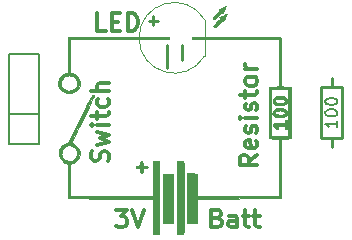
<source format=gto>
G04 #@! TF.FileFunction,Legend,Top*
%FSLAX46Y46*%
G04 Gerber Fmt 4.6, Leading zero omitted, Abs format (unit mm)*
G04 Created by KiCad (PCBNEW 4.0.7) date 09/22/19 21:58:39*
%MOMM*%
%LPD*%
G01*
G04 APERTURE LIST*
%ADD10C,0.100000*%
%ADD11C,0.300000*%
%ADD12C,0.250000*%
%ADD13C,0.254000*%
%ADD14C,0.120000*%
%ADD15C,0.150000*%
%ADD16C,0.010000*%
G04 APERTURE END LIST*
D10*
D11*
X170307144Y-93793571D02*
X171235715Y-93793571D01*
X170735715Y-94365000D01*
X170950001Y-94365000D01*
X171092858Y-94436429D01*
X171164287Y-94507857D01*
X171235715Y-94650714D01*
X171235715Y-95007857D01*
X171164287Y-95150714D01*
X171092858Y-95222143D01*
X170950001Y-95293571D01*
X170521429Y-95293571D01*
X170378572Y-95222143D01*
X170307144Y-95150714D01*
X171664286Y-93793571D02*
X172164286Y-95293571D01*
X172664286Y-93793571D01*
X178911429Y-94507857D02*
X179125715Y-94579286D01*
X179197143Y-94650714D01*
X179268572Y-94793571D01*
X179268572Y-95007857D01*
X179197143Y-95150714D01*
X179125715Y-95222143D01*
X178982857Y-95293571D01*
X178411429Y-95293571D01*
X178411429Y-93793571D01*
X178911429Y-93793571D01*
X179054286Y-93865000D01*
X179125715Y-93936429D01*
X179197143Y-94079286D01*
X179197143Y-94222143D01*
X179125715Y-94365000D01*
X179054286Y-94436429D01*
X178911429Y-94507857D01*
X178411429Y-94507857D01*
X180554286Y-95293571D02*
X180554286Y-94507857D01*
X180482857Y-94365000D01*
X180340000Y-94293571D01*
X180054286Y-94293571D01*
X179911429Y-94365000D01*
X180554286Y-95222143D02*
X180411429Y-95293571D01*
X180054286Y-95293571D01*
X179911429Y-95222143D01*
X179840000Y-95079286D01*
X179840000Y-94936429D01*
X179911429Y-94793571D01*
X180054286Y-94722143D01*
X180411429Y-94722143D01*
X180554286Y-94650714D01*
X181054286Y-94293571D02*
X181625715Y-94293571D01*
X181268572Y-93793571D02*
X181268572Y-95079286D01*
X181340000Y-95222143D01*
X181482858Y-95293571D01*
X181625715Y-95293571D01*
X181911429Y-94293571D02*
X182482858Y-94293571D01*
X182125715Y-93793571D02*
X182125715Y-95079286D01*
X182197143Y-95222143D01*
X182340001Y-95293571D01*
X182482858Y-95293571D01*
X169644143Y-89681429D02*
X169715571Y-89467143D01*
X169715571Y-89110000D01*
X169644143Y-88967143D01*
X169572714Y-88895714D01*
X169429857Y-88824286D01*
X169287000Y-88824286D01*
X169144143Y-88895714D01*
X169072714Y-88967143D01*
X169001286Y-89110000D01*
X168929857Y-89395714D01*
X168858429Y-89538572D01*
X168787000Y-89610000D01*
X168644143Y-89681429D01*
X168501286Y-89681429D01*
X168358429Y-89610000D01*
X168287000Y-89538572D01*
X168215571Y-89395714D01*
X168215571Y-89038572D01*
X168287000Y-88824286D01*
X168715571Y-88324286D02*
X169715571Y-88038572D01*
X169001286Y-87752858D01*
X169715571Y-87467143D01*
X168715571Y-87181429D01*
X169715571Y-86610000D02*
X168715571Y-86610000D01*
X168215571Y-86610000D02*
X168287000Y-86681429D01*
X168358429Y-86610000D01*
X168287000Y-86538572D01*
X168215571Y-86610000D01*
X168358429Y-86610000D01*
X168715571Y-86110000D02*
X168715571Y-85538571D01*
X168215571Y-85895714D02*
X169501286Y-85895714D01*
X169644143Y-85824286D01*
X169715571Y-85681428D01*
X169715571Y-85538571D01*
X169644143Y-84395714D02*
X169715571Y-84538571D01*
X169715571Y-84824285D01*
X169644143Y-84967143D01*
X169572714Y-85038571D01*
X169429857Y-85110000D01*
X169001286Y-85110000D01*
X168858429Y-85038571D01*
X168787000Y-84967143D01*
X168715571Y-84824285D01*
X168715571Y-84538571D01*
X168787000Y-84395714D01*
X169715571Y-83752857D02*
X168215571Y-83752857D01*
X169715571Y-83110000D02*
X168929857Y-83110000D01*
X168787000Y-83181429D01*
X168715571Y-83324286D01*
X168715571Y-83538571D01*
X168787000Y-83681429D01*
X168858429Y-83752857D01*
X182288571Y-89173428D02*
X181574286Y-89673428D01*
X182288571Y-90030571D02*
X180788571Y-90030571D01*
X180788571Y-89459143D01*
X180860000Y-89316285D01*
X180931429Y-89244857D01*
X181074286Y-89173428D01*
X181288571Y-89173428D01*
X181431429Y-89244857D01*
X181502857Y-89316285D01*
X181574286Y-89459143D01*
X181574286Y-90030571D01*
X182217143Y-87959143D02*
X182288571Y-88102000D01*
X182288571Y-88387714D01*
X182217143Y-88530571D01*
X182074286Y-88602000D01*
X181502857Y-88602000D01*
X181360000Y-88530571D01*
X181288571Y-88387714D01*
X181288571Y-88102000D01*
X181360000Y-87959143D01*
X181502857Y-87887714D01*
X181645714Y-87887714D01*
X181788571Y-88602000D01*
X182217143Y-87316286D02*
X182288571Y-87173429D01*
X182288571Y-86887714D01*
X182217143Y-86744857D01*
X182074286Y-86673429D01*
X182002857Y-86673429D01*
X181860000Y-86744857D01*
X181788571Y-86887714D01*
X181788571Y-87102000D01*
X181717143Y-87244857D01*
X181574286Y-87316286D01*
X181502857Y-87316286D01*
X181360000Y-87244857D01*
X181288571Y-87102000D01*
X181288571Y-86887714D01*
X181360000Y-86744857D01*
X182288571Y-86030571D02*
X181288571Y-86030571D01*
X180788571Y-86030571D02*
X180860000Y-86102000D01*
X180931429Y-86030571D01*
X180860000Y-85959143D01*
X180788571Y-86030571D01*
X180931429Y-86030571D01*
X182217143Y-85387714D02*
X182288571Y-85244857D01*
X182288571Y-84959142D01*
X182217143Y-84816285D01*
X182074286Y-84744857D01*
X182002857Y-84744857D01*
X181860000Y-84816285D01*
X181788571Y-84959142D01*
X181788571Y-85173428D01*
X181717143Y-85316285D01*
X181574286Y-85387714D01*
X181502857Y-85387714D01*
X181360000Y-85316285D01*
X181288571Y-85173428D01*
X181288571Y-84959142D01*
X181360000Y-84816285D01*
X181288571Y-84316285D02*
X181288571Y-83744856D01*
X180788571Y-84101999D02*
X182074286Y-84101999D01*
X182217143Y-84030571D01*
X182288571Y-83887713D01*
X182288571Y-83744856D01*
X182288571Y-83030570D02*
X182217143Y-83173428D01*
X182145714Y-83244856D01*
X182002857Y-83316285D01*
X181574286Y-83316285D01*
X181431429Y-83244856D01*
X181360000Y-83173428D01*
X181288571Y-83030570D01*
X181288571Y-82816285D01*
X181360000Y-82673428D01*
X181431429Y-82601999D01*
X181574286Y-82530570D01*
X182002857Y-82530570D01*
X182145714Y-82601999D01*
X182217143Y-82673428D01*
X182288571Y-82816285D01*
X182288571Y-83030570D01*
X182288571Y-81887713D02*
X181288571Y-81887713D01*
X181574286Y-81887713D02*
X181431429Y-81816285D01*
X181360000Y-81744856D01*
X181288571Y-81601999D01*
X181288571Y-81459142D01*
X169469715Y-78656571D02*
X168755429Y-78656571D01*
X168755429Y-77156571D01*
X169969715Y-77870857D02*
X170469715Y-77870857D01*
X170684001Y-78656571D02*
X169969715Y-78656571D01*
X169969715Y-77156571D01*
X170684001Y-77156571D01*
X171326858Y-78656571D02*
X171326858Y-77156571D01*
X171684001Y-77156571D01*
X171898286Y-77228000D01*
X172041144Y-77370857D01*
X172112572Y-77513714D01*
X172184001Y-77799429D01*
X172184001Y-78013714D01*
X172112572Y-78299429D01*
X172041144Y-78442286D01*
X171898286Y-78585143D01*
X171684001Y-78656571D01*
X171326858Y-78656571D01*
D12*
X173101048Y-77795429D02*
X173862953Y-77795429D01*
X173482001Y-78176381D02*
X173482001Y-77414476D01*
D13*
X187706000Y-87757000D02*
X189484000Y-87757000D01*
X189484000Y-87757000D02*
X189484000Y-83439000D01*
X187706000Y-83439000D02*
X187706000Y-87757000D01*
X188595000Y-83439000D02*
X188595000Y-82677000D01*
X188595000Y-87757000D02*
X188595000Y-88519000D01*
X187706000Y-83439000D02*
X189484000Y-83439000D01*
D12*
X175895000Y-79883000D02*
X175895000Y-81153000D01*
X174625000Y-79883000D02*
X174625000Y-81788000D01*
D14*
X172270000Y-79247538D02*
G75*
G03X177820000Y-80792830I2990000J-462D01*
G01*
X172270000Y-79248462D02*
G75*
G02X177820000Y-77703170I2990000J462D01*
G01*
X177820000Y-80793000D02*
X177820000Y-77703000D01*
D15*
X163830000Y-88265000D02*
X161290000Y-88265000D01*
X161290000Y-88265000D02*
X161290000Y-80645000D01*
X161290000Y-80645000D02*
X163830000Y-80645000D01*
X163830000Y-80645000D02*
X163830000Y-88265000D01*
X161290000Y-85725000D02*
X163830000Y-85725000D01*
D16*
G36*
X179680632Y-77272110D02*
X179641323Y-77372456D01*
X179579964Y-77512484D01*
X179548941Y-77579707D01*
X179471175Y-77734971D01*
X179413639Y-77827246D01*
X179380841Y-77849729D01*
X179376158Y-77840417D01*
X179349507Y-77777610D01*
X179332416Y-77766333D01*
X179292861Y-77794404D01*
X179207370Y-77870362D01*
X179089468Y-77981826D01*
X178982888Y-78086264D01*
X178838210Y-78227574D01*
X178739808Y-78315315D01*
X178675832Y-78357481D01*
X178634434Y-78362065D01*
X178606351Y-78340264D01*
X178581101Y-78302948D01*
X178577232Y-78263582D01*
X178602426Y-78210379D01*
X178664365Y-78131556D01*
X178770733Y-78015325D01*
X178919311Y-77860165D01*
X179043303Y-77727110D01*
X179112145Y-77639678D01*
X179133177Y-77586364D01*
X179113735Y-77555659D01*
X179113559Y-77555550D01*
X179070223Y-77515131D01*
X179071226Y-77500360D01*
X179125915Y-77468873D01*
X179229392Y-77418811D01*
X179358964Y-77360093D01*
X179491939Y-77302635D01*
X179605624Y-77256356D01*
X179677324Y-77231172D01*
X179690501Y-77229723D01*
X179680632Y-77272110D01*
X179680632Y-77272110D01*
G37*
X179680632Y-77272110D02*
X179641323Y-77372456D01*
X179579964Y-77512484D01*
X179548941Y-77579707D01*
X179471175Y-77734971D01*
X179413639Y-77827246D01*
X179380841Y-77849729D01*
X179376158Y-77840417D01*
X179349507Y-77777610D01*
X179332416Y-77766333D01*
X179292861Y-77794404D01*
X179207370Y-77870362D01*
X179089468Y-77981826D01*
X178982888Y-78086264D01*
X178838210Y-78227574D01*
X178739808Y-78315315D01*
X178675832Y-78357481D01*
X178634434Y-78362065D01*
X178606351Y-78340264D01*
X178581101Y-78302948D01*
X178577232Y-78263582D01*
X178602426Y-78210379D01*
X178664365Y-78131556D01*
X178770733Y-78015325D01*
X178919311Y-77860165D01*
X179043303Y-77727110D01*
X179112145Y-77639678D01*
X179133177Y-77586364D01*
X179113735Y-77555659D01*
X179113559Y-77555550D01*
X179070223Y-77515131D01*
X179071226Y-77500360D01*
X179125915Y-77468873D01*
X179229392Y-77418811D01*
X179358964Y-77360093D01*
X179491939Y-77302635D01*
X179605624Y-77256356D01*
X179677324Y-77231172D01*
X179690501Y-77229723D01*
X179680632Y-77272110D01*
G36*
X179633805Y-76574271D02*
X179595132Y-76669532D01*
X179535574Y-76807118D01*
X179503507Y-76879033D01*
X179426984Y-77042154D01*
X179373908Y-77135460D01*
X179337645Y-77168278D01*
X179311563Y-77149935D01*
X179311251Y-77149381D01*
X179285276Y-77126592D01*
X179241888Y-77137750D01*
X179170324Y-77190343D01*
X179059819Y-77291856D01*
X178946223Y-77403296D01*
X178802363Y-77544880D01*
X178705158Y-77634047D01*
X178641863Y-77678712D01*
X178599733Y-77686790D01*
X178566021Y-77666197D01*
X178549940Y-77649395D01*
X178522123Y-77611304D01*
X178519381Y-77571346D01*
X178549982Y-77516361D01*
X178622194Y-77433187D01*
X178744283Y-77308664D01*
X178796861Y-77256319D01*
X178937730Y-77113811D01*
X179024562Y-77017311D01*
X179065310Y-76955159D01*
X179067925Y-76915692D01*
X179045893Y-76891115D01*
X179023094Y-76861841D01*
X179043317Y-76827937D01*
X179117386Y-76780994D01*
X179256127Y-76712603D01*
X179304911Y-76689910D01*
X179454494Y-76621412D01*
X179571282Y-76569088D01*
X179636806Y-76541166D01*
X179644418Y-76538667D01*
X179633805Y-76574271D01*
X179633805Y-76574271D01*
G37*
X179633805Y-76574271D02*
X179595132Y-76669532D01*
X179535574Y-76807118D01*
X179503507Y-76879033D01*
X179426984Y-77042154D01*
X179373908Y-77135460D01*
X179337645Y-77168278D01*
X179311563Y-77149935D01*
X179311251Y-77149381D01*
X179285276Y-77126592D01*
X179241888Y-77137750D01*
X179170324Y-77190343D01*
X179059819Y-77291856D01*
X178946223Y-77403296D01*
X178802363Y-77544880D01*
X178705158Y-77634047D01*
X178641863Y-77678712D01*
X178599733Y-77686790D01*
X178566021Y-77666197D01*
X178549940Y-77649395D01*
X178522123Y-77611304D01*
X178519381Y-77571346D01*
X178549982Y-77516361D01*
X178622194Y-77433187D01*
X178744283Y-77308664D01*
X178796861Y-77256319D01*
X178937730Y-77113811D01*
X179024562Y-77017311D01*
X179065310Y-76955159D01*
X179067925Y-76915692D01*
X179045893Y-76891115D01*
X179023094Y-76861841D01*
X179043317Y-76827937D01*
X179117386Y-76780994D01*
X179256127Y-76712603D01*
X179304911Y-76689910D01*
X179454494Y-76621412D01*
X179571282Y-76569088D01*
X179636806Y-76541166D01*
X179644418Y-76538667D01*
X179633805Y-76574271D01*
G36*
X168422458Y-84121894D02*
X168461781Y-84165217D01*
X168463311Y-84174868D01*
X168448241Y-84211318D01*
X168404809Y-84305090D01*
X168335675Y-84450682D01*
X168243501Y-84642589D01*
X168130951Y-84875308D01*
X168000685Y-85143336D01*
X167855366Y-85441170D01*
X167697656Y-85763306D01*
X167530218Y-86104240D01*
X167519117Y-86126808D01*
X167350819Y-86469320D01*
X167191782Y-86793799D01*
X167044706Y-87094682D01*
X166912290Y-87366410D01*
X166797233Y-87603420D01*
X166702235Y-87800151D01*
X166629994Y-87951043D01*
X166583211Y-88050535D01*
X166564583Y-88093066D01*
X166564427Y-88093652D01*
X166587782Y-88136307D01*
X166663987Y-88179991D01*
X166685188Y-88188120D01*
X166887525Y-88295920D01*
X167056930Y-88456651D01*
X167182704Y-88656802D01*
X167254154Y-88882857D01*
X167258813Y-88912852D01*
X167255998Y-89120463D01*
X167198296Y-89328464D01*
X167095058Y-89521891D01*
X166955636Y-89685780D01*
X166789382Y-89805167D01*
X166672183Y-89851590D01*
X166569278Y-89879725D01*
X166491946Y-89901048D01*
X166475104Y-89905764D01*
X166463512Y-89923955D01*
X166454004Y-89974859D01*
X166446412Y-90063772D01*
X166440568Y-90195985D01*
X166436304Y-90376794D01*
X166433452Y-90611491D01*
X166431844Y-90905370D01*
X166431312Y-91263725D01*
X166431311Y-91285625D01*
X166431311Y-92653069D01*
X173472489Y-92653069D01*
X173490759Y-89657621D01*
X173981242Y-89657621D01*
X173981242Y-95858725D01*
X173752033Y-95868918D01*
X173630961Y-95870614D01*
X173539057Y-95865062D01*
X173498033Y-95854320D01*
X173492762Y-95815093D01*
X173487874Y-95713169D01*
X173483490Y-95555917D01*
X173479730Y-95350710D01*
X173476717Y-95104917D01*
X173474571Y-94825910D01*
X173473413Y-94521060D01*
X173473242Y-94346566D01*
X173473242Y-92863604D01*
X169855931Y-92854681D01*
X166238621Y-92845759D01*
X166229486Y-91370985D01*
X166220352Y-89896211D01*
X166087764Y-89856487D01*
X165982870Y-89809570D01*
X165864163Y-89734569D01*
X165806656Y-89689634D01*
X165639847Y-89504500D01*
X165534152Y-89292983D01*
X165491145Y-89066564D01*
X165708404Y-89066564D01*
X165727779Y-89176357D01*
X165794955Y-89329204D01*
X165901929Y-89474295D01*
X166028753Y-89587376D01*
X166097832Y-89626315D01*
X166232941Y-89661517D01*
X166397771Y-89672339D01*
X166556065Y-89657993D01*
X166630478Y-89637875D01*
X166798675Y-89538779D01*
X166929035Y-89390328D01*
X167011626Y-89207442D01*
X167036907Y-89027477D01*
X167005057Y-88812104D01*
X166914590Y-88628151D01*
X166773130Y-88484191D01*
X166588300Y-88388800D01*
X166439753Y-88355815D01*
X166241999Y-88364494D01*
X166062061Y-88431524D01*
X165909336Y-88546076D01*
X165793220Y-88697319D01*
X165723111Y-88874424D01*
X165708404Y-89066564D01*
X165491145Y-89066564D01*
X165490891Y-89065229D01*
X165511384Y-88831387D01*
X165596951Y-88601602D01*
X165652942Y-88508254D01*
X165792288Y-88347793D01*
X165970108Y-88230755D01*
X166126173Y-88168436D01*
X166298321Y-88112316D01*
X167279865Y-86117245D01*
X167451862Y-85768459D01*
X167615439Y-85438322D01*
X167767881Y-85132209D01*
X167906473Y-84855497D01*
X168028502Y-84613562D01*
X168131251Y-84411782D01*
X168212008Y-84255534D01*
X168268057Y-84150193D01*
X168296683Y-84101137D01*
X168299162Y-84098341D01*
X168356389Y-84094072D01*
X168422458Y-84121894D01*
X168422458Y-84121894D01*
G37*
X168422458Y-84121894D02*
X168461781Y-84165217D01*
X168463311Y-84174868D01*
X168448241Y-84211318D01*
X168404809Y-84305090D01*
X168335675Y-84450682D01*
X168243501Y-84642589D01*
X168130951Y-84875308D01*
X168000685Y-85143336D01*
X167855366Y-85441170D01*
X167697656Y-85763306D01*
X167530218Y-86104240D01*
X167519117Y-86126808D01*
X167350819Y-86469320D01*
X167191782Y-86793799D01*
X167044706Y-87094682D01*
X166912290Y-87366410D01*
X166797233Y-87603420D01*
X166702235Y-87800151D01*
X166629994Y-87951043D01*
X166583211Y-88050535D01*
X166564583Y-88093066D01*
X166564427Y-88093652D01*
X166587782Y-88136307D01*
X166663987Y-88179991D01*
X166685188Y-88188120D01*
X166887525Y-88295920D01*
X167056930Y-88456651D01*
X167182704Y-88656802D01*
X167254154Y-88882857D01*
X167258813Y-88912852D01*
X167255998Y-89120463D01*
X167198296Y-89328464D01*
X167095058Y-89521891D01*
X166955636Y-89685780D01*
X166789382Y-89805167D01*
X166672183Y-89851590D01*
X166569278Y-89879725D01*
X166491946Y-89901048D01*
X166475104Y-89905764D01*
X166463512Y-89923955D01*
X166454004Y-89974859D01*
X166446412Y-90063772D01*
X166440568Y-90195985D01*
X166436304Y-90376794D01*
X166433452Y-90611491D01*
X166431844Y-90905370D01*
X166431312Y-91263725D01*
X166431311Y-91285625D01*
X166431311Y-92653069D01*
X173472489Y-92653069D01*
X173490759Y-89657621D01*
X173981242Y-89657621D01*
X173981242Y-95858725D01*
X173752033Y-95868918D01*
X173630961Y-95870614D01*
X173539057Y-95865062D01*
X173498033Y-95854320D01*
X173492762Y-95815093D01*
X173487874Y-95713169D01*
X173483490Y-95555917D01*
X173479730Y-95350710D01*
X173476717Y-95104917D01*
X173474571Y-94825910D01*
X173473413Y-94521060D01*
X173473242Y-94346566D01*
X173473242Y-92863604D01*
X169855931Y-92854681D01*
X166238621Y-92845759D01*
X166229486Y-91370985D01*
X166220352Y-89896211D01*
X166087764Y-89856487D01*
X165982870Y-89809570D01*
X165864163Y-89734569D01*
X165806656Y-89689634D01*
X165639847Y-89504500D01*
X165534152Y-89292983D01*
X165491145Y-89066564D01*
X165708404Y-89066564D01*
X165727779Y-89176357D01*
X165794955Y-89329204D01*
X165901929Y-89474295D01*
X166028753Y-89587376D01*
X166097832Y-89626315D01*
X166232941Y-89661517D01*
X166397771Y-89672339D01*
X166556065Y-89657993D01*
X166630478Y-89637875D01*
X166798675Y-89538779D01*
X166929035Y-89390328D01*
X167011626Y-89207442D01*
X167036907Y-89027477D01*
X167005057Y-88812104D01*
X166914590Y-88628151D01*
X166773130Y-88484191D01*
X166588300Y-88388800D01*
X166439753Y-88355815D01*
X166241999Y-88364494D01*
X166062061Y-88431524D01*
X165909336Y-88546076D01*
X165793220Y-88697319D01*
X165723111Y-88874424D01*
X165708404Y-89066564D01*
X165491145Y-89066564D01*
X165490891Y-89065229D01*
X165511384Y-88831387D01*
X165596951Y-88601602D01*
X165652942Y-88508254D01*
X165792288Y-88347793D01*
X165970108Y-88230755D01*
X166126173Y-88168436D01*
X166298321Y-88112316D01*
X167279865Y-86117245D01*
X167451862Y-85768459D01*
X167615439Y-85438322D01*
X167767881Y-85132209D01*
X167906473Y-84855497D01*
X168028502Y-84613562D01*
X168131251Y-84411782D01*
X168212008Y-84255534D01*
X168268057Y-84150193D01*
X168296683Y-84101137D01*
X168299162Y-84098341D01*
X168356389Y-84094072D01*
X168422458Y-84121894D01*
G36*
X175884212Y-89647664D02*
X175983349Y-89662512D01*
X176016300Y-89677677D01*
X176025114Y-89693394D01*
X176032848Y-89727744D01*
X176039570Y-89784869D01*
X176045347Y-89868910D01*
X176050244Y-89984009D01*
X176054329Y-90134305D01*
X176057668Y-90323941D01*
X176060328Y-90557057D01*
X176062376Y-90837796D01*
X176063877Y-91170297D01*
X176064899Y-91558703D01*
X176065508Y-92007153D01*
X176065770Y-92519790D01*
X176065793Y-92755456D01*
X176065565Y-93317410D01*
X176064848Y-93812656D01*
X176063598Y-94244552D01*
X176061768Y-94616460D01*
X176059313Y-94931736D01*
X176056186Y-95193742D01*
X176052343Y-95405836D01*
X176047736Y-95571378D01*
X176042320Y-95693727D01*
X176036049Y-95776242D01*
X176028878Y-95822282D01*
X176023752Y-95834200D01*
X175966579Y-95858413D01*
X175868688Y-95872493D01*
X175752611Y-95876519D01*
X175640876Y-95870570D01*
X175556014Y-95854724D01*
X175521375Y-95832449D01*
X175518984Y-95791607D01*
X175516898Y-95685808D01*
X175515129Y-95520160D01*
X175513691Y-95299775D01*
X175512595Y-95029761D01*
X175511855Y-94715231D01*
X175511483Y-94361293D01*
X175511491Y-93973058D01*
X175511892Y-93555637D01*
X175512700Y-93114138D01*
X175513716Y-92723138D01*
X175522759Y-89657621D01*
X175744783Y-89647111D01*
X175884212Y-89647664D01*
X175884212Y-89647664D01*
G37*
X175884212Y-89647664D02*
X175983349Y-89662512D01*
X176016300Y-89677677D01*
X176025114Y-89693394D01*
X176032848Y-89727744D01*
X176039570Y-89784869D01*
X176045347Y-89868910D01*
X176050244Y-89984009D01*
X176054329Y-90134305D01*
X176057668Y-90323941D01*
X176060328Y-90557057D01*
X176062376Y-90837796D01*
X176063877Y-91170297D01*
X176064899Y-91558703D01*
X176065508Y-92007153D01*
X176065770Y-92519790D01*
X176065793Y-92755456D01*
X176065565Y-93317410D01*
X176064848Y-93812656D01*
X176063598Y-94244552D01*
X176061768Y-94616460D01*
X176059313Y-94931736D01*
X176056186Y-95193742D01*
X176052343Y-95405836D01*
X176047736Y-95571378D01*
X176042320Y-95693727D01*
X176036049Y-95776242D01*
X176028878Y-95822282D01*
X176023752Y-95834200D01*
X175966579Y-95858413D01*
X175868688Y-95872493D01*
X175752611Y-95876519D01*
X175640876Y-95870570D01*
X175556014Y-95854724D01*
X175521375Y-95832449D01*
X175518984Y-95791607D01*
X175516898Y-95685808D01*
X175515129Y-95520160D01*
X175513691Y-95299775D01*
X175512595Y-95029761D01*
X175511855Y-94715231D01*
X175511483Y-94361293D01*
X175511491Y-93973058D01*
X175511892Y-93555637D01*
X175512700Y-93114138D01*
X175513716Y-92723138D01*
X175522759Y-89657621D01*
X175744783Y-89647111D01*
X175884212Y-89647664D01*
G36*
X175172414Y-94912794D02*
X174742558Y-94922636D01*
X174549375Y-94925102D01*
X174417120Y-94921656D01*
X174336846Y-94911595D01*
X174299605Y-94894219D01*
X174295535Y-94887601D01*
X174292566Y-94845267D01*
X174290064Y-94739178D01*
X174288055Y-94575647D01*
X174286562Y-94360985D01*
X174285609Y-94101507D01*
X174285222Y-93803524D01*
X174285424Y-93473348D01*
X174286240Y-93117294D01*
X174287460Y-92793207D01*
X174296552Y-90743690D01*
X175172414Y-90743690D01*
X175172414Y-94912794D01*
X175172414Y-94912794D01*
G37*
X175172414Y-94912794D02*
X174742558Y-94922636D01*
X174549375Y-94925102D01*
X174417120Y-94921656D01*
X174336846Y-94911595D01*
X174299605Y-94894219D01*
X174295535Y-94887601D01*
X174292566Y-94845267D01*
X174290064Y-94739178D01*
X174288055Y-94575647D01*
X174286562Y-94360985D01*
X174285609Y-94101507D01*
X174285222Y-93803524D01*
X174285424Y-93473348D01*
X174286240Y-93117294D01*
X174287460Y-92793207D01*
X174296552Y-90743690D01*
X175172414Y-90743690D01*
X175172414Y-94912794D01*
G36*
X182644477Y-79171971D02*
X183029877Y-79173275D01*
X183357569Y-79175283D01*
X183630023Y-79178015D01*
X183849712Y-79181491D01*
X184019105Y-79185731D01*
X184140676Y-79190754D01*
X184216896Y-79196582D01*
X184250235Y-79203234D01*
X184251321Y-79203958D01*
X184261560Y-79223017D01*
X184270285Y-79265135D01*
X184277604Y-79335194D01*
X184283630Y-79438076D01*
X184288473Y-79578663D01*
X184292242Y-79761838D01*
X184295049Y-79992481D01*
X184297005Y-80275476D01*
X184298219Y-80615704D01*
X184298803Y-81018047D01*
X184298897Y-81305075D01*
X184298897Y-83366708D01*
X184710552Y-83376578D01*
X185122207Y-83386449D01*
X185122207Y-87765759D01*
X184710782Y-87775627D01*
X184299357Y-87785496D01*
X184290368Y-90315627D01*
X184281379Y-92845759D01*
X177222989Y-92863611D01*
X177213701Y-93888202D01*
X177204414Y-94912794D01*
X176799650Y-94922604D01*
X176637690Y-94924483D01*
X176502136Y-94922207D01*
X176407902Y-94916284D01*
X176370478Y-94908007D01*
X176366077Y-94869498D01*
X176361930Y-94767104D01*
X176358111Y-94607008D01*
X176354690Y-94395393D01*
X176351739Y-94138442D01*
X176349330Y-93842339D01*
X176347534Y-93513267D01*
X176346424Y-93157409D01*
X176346069Y-92803807D01*
X176346069Y-90724016D01*
X176775242Y-90733853D01*
X177204414Y-90743690D01*
X177213736Y-91698380D01*
X177223057Y-92653069D01*
X184088690Y-92653069D01*
X184088690Y-87785500D01*
X183677035Y-87775629D01*
X183265379Y-87765759D01*
X183265379Y-83579138D01*
X183458069Y-83579138D01*
X183458069Y-87573069D01*
X184929517Y-87573069D01*
X184929517Y-83579138D01*
X183458069Y-83579138D01*
X183265379Y-83579138D01*
X183265379Y-83386449D01*
X183677035Y-83376578D01*
X184088690Y-83366708D01*
X184088690Y-79375323D01*
X176748966Y-79357483D01*
X176748966Y-79182311D01*
X180476356Y-79173392D01*
X181117307Y-79172081D01*
X181690663Y-79171394D01*
X182198896Y-79171350D01*
X182644477Y-79171971D01*
X182644477Y-79171971D01*
G37*
X182644477Y-79171971D02*
X183029877Y-79173275D01*
X183357569Y-79175283D01*
X183630023Y-79178015D01*
X183849712Y-79181491D01*
X184019105Y-79185731D01*
X184140676Y-79190754D01*
X184216896Y-79196582D01*
X184250235Y-79203234D01*
X184251321Y-79203958D01*
X184261560Y-79223017D01*
X184270285Y-79265135D01*
X184277604Y-79335194D01*
X184283630Y-79438076D01*
X184288473Y-79578663D01*
X184292242Y-79761838D01*
X184295049Y-79992481D01*
X184297005Y-80275476D01*
X184298219Y-80615704D01*
X184298803Y-81018047D01*
X184298897Y-81305075D01*
X184298897Y-83366708D01*
X184710552Y-83376578D01*
X185122207Y-83386449D01*
X185122207Y-87765759D01*
X184710782Y-87775627D01*
X184299357Y-87785496D01*
X184290368Y-90315627D01*
X184281379Y-92845759D01*
X177222989Y-92863611D01*
X177213701Y-93888202D01*
X177204414Y-94912794D01*
X176799650Y-94922604D01*
X176637690Y-94924483D01*
X176502136Y-94922207D01*
X176407902Y-94916284D01*
X176370478Y-94908007D01*
X176366077Y-94869498D01*
X176361930Y-94767104D01*
X176358111Y-94607008D01*
X176354690Y-94395393D01*
X176351739Y-94138442D01*
X176349330Y-93842339D01*
X176347534Y-93513267D01*
X176346424Y-93157409D01*
X176346069Y-92803807D01*
X176346069Y-90724016D01*
X176775242Y-90733853D01*
X177204414Y-90743690D01*
X177213736Y-91698380D01*
X177223057Y-92653069D01*
X184088690Y-92653069D01*
X184088690Y-87785500D01*
X183677035Y-87775629D01*
X183265379Y-87765759D01*
X183265379Y-83579138D01*
X183458069Y-83579138D01*
X183458069Y-87573069D01*
X184929517Y-87573069D01*
X184929517Y-83579138D01*
X183458069Y-83579138D01*
X183265379Y-83579138D01*
X183265379Y-83386449D01*
X183677035Y-83376578D01*
X184088690Y-83366708D01*
X184088690Y-79375323D01*
X176748966Y-79357483D01*
X176748966Y-79182311D01*
X180476356Y-79173392D01*
X181117307Y-79172081D01*
X181690663Y-79171394D01*
X182198896Y-79171350D01*
X182644477Y-79171971D01*
G36*
X172522329Y-89666236D02*
X172568053Y-89748962D01*
X172590452Y-89880195D01*
X172601041Y-90060518D01*
X172770093Y-90060518D01*
X172901474Y-90073945D01*
X172983124Y-90110720D01*
X173007943Y-90165578D01*
X172982759Y-90218173D01*
X172911358Y-90255674D01*
X172784286Y-90270585D01*
X172768262Y-90270725D01*
X172597379Y-90270725D01*
X172597379Y-90438890D01*
X172582695Y-90566165D01*
X172544583Y-90654159D01*
X172491953Y-90695007D01*
X172433715Y-90680842D01*
X172388405Y-90623373D01*
X172364660Y-90544460D01*
X172352540Y-90436618D01*
X172352138Y-90414997D01*
X172352138Y-90274386D01*
X172168207Y-90263797D01*
X172060830Y-90254742D01*
X172006059Y-90237430D01*
X171986443Y-90202545D01*
X171984276Y-90165621D01*
X171990308Y-90114142D01*
X172020041Y-90086349D01*
X172090928Y-90072926D01*
X172168207Y-90067445D01*
X172352138Y-90056856D01*
X172352138Y-89907728D01*
X172368776Y-89764269D01*
X172410689Y-89675276D01*
X172465874Y-89642136D01*
X172522329Y-89666236D01*
X172522329Y-89666236D01*
G37*
X172522329Y-89666236D02*
X172568053Y-89748962D01*
X172590452Y-89880195D01*
X172601041Y-90060518D01*
X172770093Y-90060518D01*
X172901474Y-90073945D01*
X172983124Y-90110720D01*
X173007943Y-90165578D01*
X172982759Y-90218173D01*
X172911358Y-90255674D01*
X172784286Y-90270585D01*
X172768262Y-90270725D01*
X172597379Y-90270725D01*
X172597379Y-90438890D01*
X172582695Y-90566165D01*
X172544583Y-90654159D01*
X172491953Y-90695007D01*
X172433715Y-90680842D01*
X172388405Y-90623373D01*
X172364660Y-90544460D01*
X172352540Y-90436618D01*
X172352138Y-90414997D01*
X172352138Y-90274386D01*
X172168207Y-90263797D01*
X172060830Y-90254742D01*
X172006059Y-90237430D01*
X171986443Y-90202545D01*
X171984276Y-90165621D01*
X171990308Y-90114142D01*
X172020041Y-90086349D01*
X172090928Y-90072926D01*
X172168207Y-90067445D01*
X172352138Y-90056856D01*
X172352138Y-89907728D01*
X172368776Y-89764269D01*
X172410689Y-89675276D01*
X172465874Y-89642136D01*
X172522329Y-89666236D01*
G36*
X174822069Y-79357483D02*
X170626690Y-79366384D01*
X166431311Y-79375284D01*
X166431311Y-82206635D01*
X166569626Y-82230003D01*
X166773318Y-82297714D01*
X166952172Y-82420219D01*
X167097739Y-82584682D01*
X167201572Y-82778267D01*
X167255221Y-82988140D01*
X167250240Y-83201464D01*
X167240147Y-83248740D01*
X167163912Y-83457786D01*
X167046084Y-83625041D01*
X166876218Y-83762671D01*
X166729104Y-83843877D01*
X166529272Y-83907993D01*
X166304492Y-83927546D01*
X166084973Y-83901186D01*
X166002261Y-83876339D01*
X165788141Y-83761827D01*
X165608739Y-83593527D01*
X165527437Y-83477311D01*
X165473202Y-83371141D01*
X165444262Y-83267990D01*
X165433572Y-83137610D01*
X165433315Y-83114642D01*
X165638106Y-83114642D01*
X165677610Y-83294941D01*
X165769110Y-83451742D01*
X165903870Y-83577882D01*
X166073155Y-83666197D01*
X166268230Y-83709525D01*
X166480360Y-83700701D01*
X166584060Y-83676324D01*
X166756967Y-83591159D01*
X166896629Y-83457590D01*
X166993822Y-83290917D01*
X167039320Y-83106443D01*
X167028682Y-82938887D01*
X166955769Y-82753138D01*
X166837833Y-82609060D01*
X166686311Y-82506826D01*
X166512641Y-82446612D01*
X166328260Y-82428591D01*
X166144605Y-82452937D01*
X165973114Y-82519826D01*
X165825223Y-82629431D01*
X165712371Y-82781927D01*
X165659334Y-82918008D01*
X165638106Y-83114642D01*
X165433315Y-83114642D01*
X165432828Y-83071138D01*
X165438009Y-82922707D01*
X165458460Y-82813084D01*
X165501542Y-82711456D01*
X165531515Y-82658006D01*
X165671523Y-82479079D01*
X165852772Y-82335272D01*
X166053784Y-82243278D01*
X166071709Y-82238218D01*
X166220370Y-82198457D01*
X166229495Y-80690384D01*
X166238621Y-79182311D01*
X174822069Y-79182311D01*
X174822069Y-79357483D01*
X174822069Y-79357483D01*
G37*
X174822069Y-79357483D02*
X170626690Y-79366384D01*
X166431311Y-79375284D01*
X166431311Y-82206635D01*
X166569626Y-82230003D01*
X166773318Y-82297714D01*
X166952172Y-82420219D01*
X167097739Y-82584682D01*
X167201572Y-82778267D01*
X167255221Y-82988140D01*
X167250240Y-83201464D01*
X167240147Y-83248740D01*
X167163912Y-83457786D01*
X167046084Y-83625041D01*
X166876218Y-83762671D01*
X166729104Y-83843877D01*
X166529272Y-83907993D01*
X166304492Y-83927546D01*
X166084973Y-83901186D01*
X166002261Y-83876339D01*
X165788141Y-83761827D01*
X165608739Y-83593527D01*
X165527437Y-83477311D01*
X165473202Y-83371141D01*
X165444262Y-83267990D01*
X165433572Y-83137610D01*
X165433315Y-83114642D01*
X165638106Y-83114642D01*
X165677610Y-83294941D01*
X165769110Y-83451742D01*
X165903870Y-83577882D01*
X166073155Y-83666197D01*
X166268230Y-83709525D01*
X166480360Y-83700701D01*
X166584060Y-83676324D01*
X166756967Y-83591159D01*
X166896629Y-83457590D01*
X166993822Y-83290917D01*
X167039320Y-83106443D01*
X167028682Y-82938887D01*
X166955769Y-82753138D01*
X166837833Y-82609060D01*
X166686311Y-82506826D01*
X166512641Y-82446612D01*
X166328260Y-82428591D01*
X166144605Y-82452937D01*
X165973114Y-82519826D01*
X165825223Y-82629431D01*
X165712371Y-82781927D01*
X165659334Y-82918008D01*
X165638106Y-83114642D01*
X165433315Y-83114642D01*
X165432828Y-83071138D01*
X165438009Y-82922707D01*
X165458460Y-82813084D01*
X165501542Y-82711456D01*
X165531515Y-82658006D01*
X165671523Y-82479079D01*
X165852772Y-82335272D01*
X166053784Y-82243278D01*
X166071709Y-82238218D01*
X166220370Y-82198457D01*
X166229495Y-80690384D01*
X166238621Y-79182311D01*
X174822069Y-79182311D01*
X174822069Y-79357483D01*
G36*
X184757966Y-86183994D02*
X184804394Y-86226744D01*
X184834213Y-86277799D01*
X184851678Y-86366544D01*
X184858927Y-86506470D01*
X184859448Y-86574224D01*
X184856858Y-86749501D01*
X184846792Y-86866146D01*
X184825807Y-86935478D01*
X184790463Y-86968817D01*
X184737317Y-86977483D01*
X184736828Y-86977483D01*
X184661353Y-86952436D01*
X184622050Y-86873620D01*
X184614207Y-86781928D01*
X184611188Y-86741098D01*
X184592943Y-86716083D01*
X184545693Y-86703010D01*
X184455657Y-86698009D01*
X184312666Y-86697207D01*
X184167597Y-86698457D01*
X184080388Y-86704014D01*
X184038848Y-86716592D01*
X184030785Y-86738903D01*
X184037126Y-86758518D01*
X184071872Y-86874587D01*
X184061320Y-86942424D01*
X184011445Y-86961555D01*
X183928221Y-86931507D01*
X183817619Y-86851807D01*
X183742496Y-86781858D01*
X183647336Y-86681815D01*
X183592548Y-86607240D01*
X183582963Y-86554436D01*
X183623415Y-86519708D01*
X183718735Y-86499362D01*
X183873754Y-86489700D01*
X184093305Y-86487027D01*
X184128014Y-86487000D01*
X184614207Y-86487000D01*
X184614207Y-86384399D01*
X184632433Y-86290074D01*
X184669261Y-86226744D01*
X184721095Y-86180626D01*
X184757966Y-86183994D01*
X184757966Y-86183994D01*
G37*
X184757966Y-86183994D02*
X184804394Y-86226744D01*
X184834213Y-86277799D01*
X184851678Y-86366544D01*
X184858927Y-86506470D01*
X184859448Y-86574224D01*
X184856858Y-86749501D01*
X184846792Y-86866146D01*
X184825807Y-86935478D01*
X184790463Y-86968817D01*
X184737317Y-86977483D01*
X184736828Y-86977483D01*
X184661353Y-86952436D01*
X184622050Y-86873620D01*
X184614207Y-86781928D01*
X184611188Y-86741098D01*
X184592943Y-86716083D01*
X184545693Y-86703010D01*
X184455657Y-86698009D01*
X184312666Y-86697207D01*
X184167597Y-86698457D01*
X184080388Y-86704014D01*
X184038848Y-86716592D01*
X184030785Y-86738903D01*
X184037126Y-86758518D01*
X184071872Y-86874587D01*
X184061320Y-86942424D01*
X184011445Y-86961555D01*
X183928221Y-86931507D01*
X183817619Y-86851807D01*
X183742496Y-86781858D01*
X183647336Y-86681815D01*
X183592548Y-86607240D01*
X183582963Y-86554436D01*
X183623415Y-86519708D01*
X183718735Y-86499362D01*
X183873754Y-86489700D01*
X184093305Y-86487027D01*
X184128014Y-86487000D01*
X184614207Y-86487000D01*
X184614207Y-86384399D01*
X184632433Y-86290074D01*
X184669261Y-86226744D01*
X184721095Y-86180626D01*
X184757966Y-86183994D01*
G36*
X184297410Y-85193885D02*
X184456519Y-85209797D01*
X184578506Y-85238278D01*
X184599601Y-85247006D01*
X184701458Y-85319206D01*
X184790246Y-85422400D01*
X184847645Y-85532095D01*
X184859448Y-85594449D01*
X184839110Y-85660936D01*
X184788519Y-85748815D01*
X184770896Y-85773175D01*
X184647146Y-85881164D01*
X184475876Y-85953582D01*
X184271737Y-85987176D01*
X184049378Y-85978696D01*
X183937701Y-85958077D01*
X183792006Y-85914348D01*
X183695865Y-85857663D01*
X183628767Y-85774624D01*
X183612986Y-85745982D01*
X183573431Y-85602023D01*
X183576213Y-85585933D01*
X183814821Y-85585933D01*
X183821483Y-85655922D01*
X183866438Y-85703612D01*
X183958482Y-85732614D01*
X184106411Y-85746538D01*
X184212274Y-85749056D01*
X184386974Y-85741749D01*
X184501999Y-85715224D01*
X184536343Y-85696738D01*
X184604761Y-85623773D01*
X184610233Y-85552184D01*
X184559715Y-85488158D01*
X184460164Y-85437882D01*
X184318537Y-85407543D01*
X184204292Y-85401448D01*
X184019729Y-85415844D01*
X183895858Y-85459177D01*
X183828747Y-85533310D01*
X183814821Y-85585933D01*
X183576213Y-85585933D01*
X183597602Y-85462254D01*
X183679655Y-85339208D01*
X183813746Y-85245415D01*
X183854488Y-85228093D01*
X183970679Y-85202380D01*
X184126891Y-85191195D01*
X184297410Y-85193885D01*
X184297410Y-85193885D01*
G37*
X184297410Y-85193885D02*
X184456519Y-85209797D01*
X184578506Y-85238278D01*
X184599601Y-85247006D01*
X184701458Y-85319206D01*
X184790246Y-85422400D01*
X184847645Y-85532095D01*
X184859448Y-85594449D01*
X184839110Y-85660936D01*
X184788519Y-85748815D01*
X184770896Y-85773175D01*
X184647146Y-85881164D01*
X184475876Y-85953582D01*
X184271737Y-85987176D01*
X184049378Y-85978696D01*
X183937701Y-85958077D01*
X183792006Y-85914348D01*
X183695865Y-85857663D01*
X183628767Y-85774624D01*
X183612986Y-85745982D01*
X183573431Y-85602023D01*
X183576213Y-85585933D01*
X183814821Y-85585933D01*
X183821483Y-85655922D01*
X183866438Y-85703612D01*
X183958482Y-85732614D01*
X184106411Y-85746538D01*
X184212274Y-85749056D01*
X184386974Y-85741749D01*
X184501999Y-85715224D01*
X184536343Y-85696738D01*
X184604761Y-85623773D01*
X184610233Y-85552184D01*
X184559715Y-85488158D01*
X184460164Y-85437882D01*
X184318537Y-85407543D01*
X184204292Y-85401448D01*
X184019729Y-85415844D01*
X183895858Y-85459177D01*
X183828747Y-85533310D01*
X183814821Y-85585933D01*
X183576213Y-85585933D01*
X183597602Y-85462254D01*
X183679655Y-85339208D01*
X183813746Y-85245415D01*
X183854488Y-85228093D01*
X183970679Y-85202380D01*
X184126891Y-85191195D01*
X184297410Y-85193885D01*
G36*
X184508957Y-84208498D02*
X184640547Y-84270050D01*
X184751753Y-84369816D01*
X184752594Y-84370772D01*
X184833998Y-84487544D01*
X184853468Y-84593800D01*
X184812405Y-84708996D01*
X184780621Y-84760052D01*
X184670409Y-84863962D01*
X184509256Y-84935317D01*
X184309510Y-84971627D01*
X184083519Y-84970405D01*
X183888332Y-84939885D01*
X183741672Y-84877869D01*
X183636111Y-84775046D01*
X183580166Y-84645728D01*
X183580764Y-84607009D01*
X183810686Y-84607009D01*
X183835723Y-84674769D01*
X183849149Y-84686248D01*
X183955971Y-84725876D01*
X184104887Y-84748789D01*
X184269678Y-84753862D01*
X184424125Y-84739969D01*
X184520931Y-84715094D01*
X184591367Y-84660521D01*
X184607961Y-84584352D01*
X184574933Y-84504218D01*
X184496502Y-84437750D01*
X184449770Y-84417728D01*
X184339868Y-84397137D01*
X184201702Y-84392178D01*
X184059572Y-84401271D01*
X183937780Y-84422837D01*
X183860626Y-84455297D01*
X183859657Y-84456087D01*
X183819184Y-84522725D01*
X183810686Y-84607009D01*
X183580764Y-84607009D01*
X183582352Y-84504227D01*
X183598865Y-84453411D01*
X183673323Y-84333557D01*
X183786839Y-84251284D01*
X183948954Y-84201664D01*
X184124334Y-84181911D01*
X184341910Y-84180628D01*
X184508957Y-84208498D01*
X184508957Y-84208498D01*
G37*
X184508957Y-84208498D02*
X184640547Y-84270050D01*
X184751753Y-84369816D01*
X184752594Y-84370772D01*
X184833998Y-84487544D01*
X184853468Y-84593800D01*
X184812405Y-84708996D01*
X184780621Y-84760052D01*
X184670409Y-84863962D01*
X184509256Y-84935317D01*
X184309510Y-84971627D01*
X184083519Y-84970405D01*
X183888332Y-84939885D01*
X183741672Y-84877869D01*
X183636111Y-84775046D01*
X183580166Y-84645728D01*
X183580764Y-84607009D01*
X183810686Y-84607009D01*
X183835723Y-84674769D01*
X183849149Y-84686248D01*
X183955971Y-84725876D01*
X184104887Y-84748789D01*
X184269678Y-84753862D01*
X184424125Y-84739969D01*
X184520931Y-84715094D01*
X184591367Y-84660521D01*
X184607961Y-84584352D01*
X184574933Y-84504218D01*
X184496502Y-84437750D01*
X184449770Y-84417728D01*
X184339868Y-84397137D01*
X184201702Y-84392178D01*
X184059572Y-84401271D01*
X183937780Y-84422837D01*
X183860626Y-84455297D01*
X183859657Y-84456087D01*
X183819184Y-84522725D01*
X183810686Y-84607009D01*
X183580764Y-84607009D01*
X183582352Y-84504227D01*
X183598865Y-84453411D01*
X183673323Y-84333557D01*
X183786839Y-84251284D01*
X183948954Y-84201664D01*
X184124334Y-84181911D01*
X184341910Y-84180628D01*
X184508957Y-84208498D01*
D15*
X189047381Y-86264666D02*
X189047381Y-86836095D01*
X189047381Y-86550381D02*
X188047381Y-86550381D01*
X188190238Y-86645619D01*
X188285476Y-86740857D01*
X188333095Y-86836095D01*
X188047381Y-85645619D02*
X188047381Y-85550380D01*
X188095000Y-85455142D01*
X188142619Y-85407523D01*
X188237857Y-85359904D01*
X188428333Y-85312285D01*
X188666429Y-85312285D01*
X188856905Y-85359904D01*
X188952143Y-85407523D01*
X188999762Y-85455142D01*
X189047381Y-85550380D01*
X189047381Y-85645619D01*
X188999762Y-85740857D01*
X188952143Y-85788476D01*
X188856905Y-85836095D01*
X188666429Y-85883714D01*
X188428333Y-85883714D01*
X188237857Y-85836095D01*
X188142619Y-85788476D01*
X188095000Y-85740857D01*
X188047381Y-85645619D01*
X188047381Y-84693238D02*
X188047381Y-84597999D01*
X188095000Y-84502761D01*
X188142619Y-84455142D01*
X188237857Y-84407523D01*
X188428333Y-84359904D01*
X188666429Y-84359904D01*
X188856905Y-84407523D01*
X188952143Y-84455142D01*
X188999762Y-84502761D01*
X189047381Y-84597999D01*
X189047381Y-84693238D01*
X188999762Y-84788476D01*
X188952143Y-84836095D01*
X188856905Y-84883714D01*
X188666429Y-84931333D01*
X188428333Y-84931333D01*
X188237857Y-84883714D01*
X188142619Y-84836095D01*
X188095000Y-84788476D01*
X188047381Y-84693238D01*
M02*

</source>
